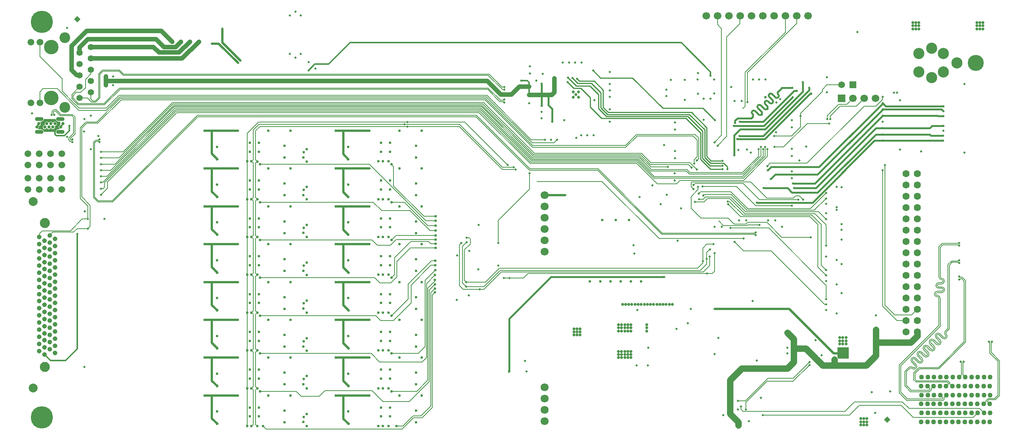
<source format=gbl>
G04*
G04 #@! TF.GenerationSoftware,Altium Limited,Altium Designer,24.7.2 (38)*
G04*
G04 Layer_Physical_Order=4*
G04 Layer_Color=13010237*
%FSLAX25Y25*%
%MOIN*%
G70*
G04*
G04 #@! TF.SameCoordinates,7466D0F8-E9CD-42B0-AAD5-FE8217CC6D43*
G04*
G04*
G04 #@! TF.FilePolarity,Positive*
G04*
G01*
G75*
%ADD13C,0.00787*%
%ADD14C,0.01181*%
%ADD15C,0.01968*%
%ADD17C,0.00500*%
%ADD171C,0.00598*%
%ADD176P,0.05568X4X360.0*%
%ADD177C,0.00669*%
%ADD178C,0.03937*%
%ADD179C,0.01535*%
%ADD180C,0.01143*%
%ADD181C,0.01575*%
%ADD186C,0.05512*%
%ADD187C,0.12835*%
%ADD188C,0.05984*%
%ADD189C,0.09449*%
%ADD190C,0.02756*%
%ADD191O,0.07480X0.03543*%
%ADD192C,0.06693*%
%ADD193C,0.06299*%
%ADD194C,0.14173*%
%ADD195C,0.09843*%
%ADD196R,0.05906X0.05906*%
%ADD197C,0.05906*%
%ADD198C,0.04331*%
%ADD199C,0.07087*%
%ADD200R,0.06693X0.06693*%
%ADD201C,0.19685*%
%ADD202C,0.04134*%
%ADD203C,0.07874*%
%ADD204C,0.08858*%
%ADD205C,0.01968*%
%ADD206C,0.02362*%
%ADD207C,0.02598*%
%ADD209P,0.05568X4X270.0*%
%ADD210C,0.05512*%
G36*
X32325Y284743D02*
X32805Y284025D01*
X33523Y283545D01*
X34370Y283376D01*
X36339D01*
Y280187D01*
X35725Y279932D01*
X35225Y279432D01*
X34955Y278779D01*
Y278071D01*
X35225Y277418D01*
X35598Y277045D01*
X35419Y276545D01*
X34370D01*
X33523Y276376D01*
X32805Y275896D01*
X32325Y275178D01*
X32156Y274331D01*
X21624D01*
X21455Y275178D01*
X20975Y275896D01*
X20257Y276376D01*
X19410Y276545D01*
X16786D01*
X16607Y277045D01*
X16980Y277418D01*
X17251Y278071D01*
Y278779D01*
X17080Y279190D01*
X17385Y279718D01*
X17598D01*
X18251Y279989D01*
X18752Y280489D01*
X19022Y281142D01*
Y281850D01*
X18752Y282503D01*
X18378Y282876D01*
X18558Y283376D01*
X19410D01*
X20257Y283545D01*
X20975Y284025D01*
X21455Y284743D01*
X21624Y285591D01*
X32156D01*
X32325Y284743D01*
D02*
G37*
G36*
X733563Y73622D02*
X724143D01*
X724138Y73659D01*
X723820Y74426D01*
X723425Y74940D01*
Y83661D01*
X733563D01*
Y73622D01*
D02*
G37*
%LPC*%
G36*
X31771Y283274D02*
X31064D01*
X30410Y283003D01*
X29910Y282503D01*
X29896Y282469D01*
X29396D01*
X29381Y282503D01*
X28881Y283003D01*
X28228Y283274D01*
X27521D01*
X26867Y283003D01*
X26367Y282503D01*
X26353Y282469D01*
X25853D01*
X25838Y282503D01*
X25338Y283003D01*
X24685Y283274D01*
X23977D01*
X23324Y283003D01*
X22824Y282503D01*
X22553Y281850D01*
Y281142D01*
X22735Y280703D01*
X22466Y280221D01*
X22442Y280203D01*
X22206D01*
X21552Y279932D01*
X21052Y279432D01*
X20781Y278779D01*
Y278071D01*
X21052Y277418D01*
X21552Y276918D01*
X22206Y276647D01*
X22913D01*
X23566Y276918D01*
X24067Y277418D01*
X24081Y277453D01*
X24581D01*
X24595Y277418D01*
X25095Y276918D01*
X25749Y276647D01*
X26456D01*
X27110Y276918D01*
X27610Y277418D01*
X27624Y277453D01*
X28124D01*
X28139Y277418D01*
X28639Y276918D01*
X29292Y276647D01*
X30000D01*
X30653Y276918D01*
X31153Y277418D01*
X31424Y278071D01*
Y278779D01*
X31242Y279218D01*
X31511Y279700D01*
X31535Y279718D01*
X31771D01*
X32425Y279989D01*
X32925Y280489D01*
X33195Y281142D01*
Y281850D01*
X32925Y282503D01*
X32425Y283003D01*
X31771Y283274D01*
D02*
G37*
%LPD*%
D13*
X55315Y216779D02*
X62709Y209385D01*
X55315Y277480D02*
X59577Y281742D01*
X55315Y216779D02*
Y277480D01*
X427362Y240846D02*
X439075D01*
X389173Y279035D02*
X427362Y240846D01*
Y243012D02*
X437402D01*
X389370Y281004D02*
X427362Y243012D01*
X211910Y281004D02*
X340748D01*
X389370D01*
X431890Y244980D02*
Y244980D01*
X393898Y282972D02*
X431890Y244980D01*
X343307Y282972D02*
X393898D01*
X211516D02*
X343307D01*
X457883Y230253D02*
X515368D01*
X565790Y179831D01*
X583160D01*
X583168Y179823D02*
X640453D01*
X583160Y179831D02*
X583168Y179823D01*
X139217Y291283D02*
X406700D01*
X451822Y246161D02*
X546309D01*
X406700Y291283D02*
X451822Y246161D01*
X452356Y247449D02*
X546842D01*
X138683Y292571D02*
X407234D01*
X452356Y247449D01*
X138150Y293858D02*
X407767D01*
X452889Y248736D01*
X547376D01*
X137617Y295146D02*
X408300D01*
X453422Y250024D02*
X547909D01*
X408300Y295146D02*
X453422Y250024D01*
X408833Y296433D02*
X453955Y251311D01*
X137083Y296433D02*
X408833D01*
X453955Y251311D02*
X548442D01*
X136550Y297721D02*
X409367D01*
X454489Y252598D02*
X549075D01*
X409367Y297721D02*
X454489Y252598D01*
X136017Y299008D02*
X409900D01*
X455022Y253886D01*
X549608D01*
X455555Y255173D02*
X550141D01*
X410433Y300295D02*
X455555Y255173D01*
X135484Y300295D02*
X410433D01*
X77756Y229823D02*
X139217Y291283D01*
X75295Y229183D02*
X138683Y292571D01*
X73819Y229528D02*
X138150Y293858D01*
X77510Y235039D02*
X137617Y295146D01*
X80808Y240158D02*
X137083Y296433D01*
X84499Y245669D02*
X136550Y297721D01*
X88190Y251181D02*
X136017Y299008D01*
X91881Y256693D02*
X135484Y300295D01*
X72106Y251181D02*
X88190D01*
X72106Y218504D02*
X77756Y224154D01*
Y229823D01*
X72106Y224016D02*
X74213D01*
X75295Y225098D01*
Y229183D01*
X72106Y229528D02*
X73819D01*
X72106Y256693D02*
X91881D01*
X72106Y245669D02*
X84499D01*
X72106Y240158D02*
X80808D01*
X72106Y235039D02*
X77510D01*
X413452Y306429D02*
X452657Y267224D01*
X464961D01*
X453493Y264567D02*
X472933D01*
X412919Y305142D02*
X453493Y264567D01*
X412385Y303854D02*
X453937Y262303D01*
X536117D01*
X453986Y260433D02*
X536417D01*
X411852Y302567D02*
X453986Y260433D01*
X612959Y149016D02*
X614961Y151017D01*
Y166831D01*
X608161Y148909D02*
X608268Y149016D01*
X449992Y148909D02*
X608161D01*
X608268Y149016D02*
X612959D01*
X594095Y217028D02*
X600295Y223228D01*
X594095Y206693D02*
Y217028D01*
Y206693D02*
X602854Y197933D01*
X600295Y223228D02*
Y225394D01*
X600984Y219488D02*
X602658Y221161D01*
X629331D01*
X602854Y197933D02*
X626793D01*
X558563Y246752D02*
X593405D01*
X599311Y240846D01*
X550141Y255173D02*
X558563Y246752D01*
X558120Y245374D02*
X591831D01*
X549608Y253886D02*
X558120Y245374D01*
X591831D02*
X594587Y242618D01*
X558465Y243209D02*
X573524D01*
X549075Y252598D02*
X558465Y243209D01*
X548442Y251311D02*
X558899Y240854D01*
X590543D02*
X593070Y238327D01*
X558899Y240854D02*
X590543D01*
X547909Y250024D02*
X558366Y239567D01*
X590010D02*
X592537Y237040D01*
X558366Y239567D02*
X590010D01*
X547376Y248736D02*
X561565Y234547D01*
X639716D01*
X593070Y238327D02*
X639558D01*
X653839Y252608D02*
Y258858D01*
X639558Y238327D02*
X653839Y252608D01*
X592537Y237040D02*
X640091D01*
X655807Y252756D01*
X639716Y234547D02*
X657776Y252607D01*
X564321Y228150D02*
X581201D01*
X546309Y246161D02*
X564321Y228150D01*
X451181Y223524D02*
Y237402D01*
X423425Y195768D02*
X451181Y223524D01*
X546842Y247449D02*
X561221Y233071D01*
X640158D01*
X581201Y228150D02*
X584350Y231299D01*
X536417Y260433D02*
X546654Y270669D01*
X536117Y262303D02*
X545861Y272047D01*
X472933Y264567D02*
X475591Y267224D01*
X88348Y306429D02*
X413452D01*
X53043Y295118D02*
X77037D01*
X88348Y306429D01*
X88882Y305142D02*
X412919D01*
X52658Y293307D02*
X77047D01*
X88882Y305142D01*
X89415Y303854D02*
X412385D01*
X68590Y283029D02*
X89415Y303854D01*
X90163Y302567D02*
X411852D01*
X69338Y281742D02*
X90163Y302567D01*
X640158Y233071D02*
X659744Y252658D01*
X600886Y250689D02*
Y268768D01*
X597607Y272047D02*
X600886Y268768D01*
X545861Y272047D02*
X597607D01*
X546654Y270669D02*
X595866D01*
X599508Y267028D01*
Y252067D02*
Y267028D01*
X59577Y281742D02*
X69338D01*
X59014Y283029D02*
X68590D01*
X53914Y277930D02*
X59014Y283029D01*
X53914Y215147D02*
Y277930D01*
X55622Y197244D02*
X60470D01*
X20295Y186714D02*
X45092D01*
X55622Y197244D01*
X29737Y185426D02*
X47974D01*
X51130Y188583D02*
X60630D01*
X47974Y185426D02*
X51130Y188583D01*
X208957Y249410D02*
Y275197D01*
X212795Y279035D02*
X343307D01*
X208957Y275197D02*
X212795Y279035D01*
X201476Y272933D02*
X211516Y282972D01*
X201476Y248130D02*
Y272933D01*
X206791Y275886D02*
X211910Y281004D01*
X206791Y249606D02*
Y275886D01*
X618502Y195472D02*
X622742Y191232D01*
X626793Y197933D02*
X632206Y192520D01*
X597047Y249606D02*
X599508Y252067D01*
X597047Y246063D02*
Y249606D01*
X599213Y249016D02*
X600886Y250689D01*
X622742Y191232D02*
X643250D01*
X643947Y191929D02*
X654528D01*
X53914Y215147D02*
X60630Y208431D01*
X26969Y182658D02*
X29737Y185426D01*
X49441Y298721D02*
X53043Y295118D01*
X33563Y312402D02*
X52658Y293307D01*
X644390Y194193D02*
X661122D01*
X632206Y192520D02*
X642717D01*
X644390Y194193D01*
X626968Y210236D02*
X637927Y199278D01*
X699246D02*
X706201Y192323D01*
X637927Y199278D02*
X699246D01*
X700984Y200591D02*
X709219Y192356D01*
X640158Y200591D02*
X700984D01*
X628057Y212691D02*
X640158Y200591D01*
X641440Y201965D02*
X703546D01*
X713583Y191929D01*
X628248Y215158D02*
X641440Y201965D01*
X640551Y231299D02*
X661713Y252461D01*
X584350Y231299D02*
X640551D01*
X594095Y225492D02*
Y229040D01*
Y225492D02*
X596161Y223425D01*
X594095Y229040D02*
X594983Y229929D01*
X646842D01*
X661128Y215643D01*
X699622Y206118D02*
X713583Y220079D01*
X644374Y206118D02*
X699622D01*
X629331Y221161D02*
X644374Y206118D01*
X703059Y204831D02*
X713583Y215354D01*
X629429Y218996D02*
X643595Y204831D01*
X703059D01*
X62709Y190662D02*
Y209385D01*
X604429Y160039D02*
Y171260D01*
Y160039D02*
X604528Y159941D01*
Y158169D02*
Y159941D01*
X599902Y153543D02*
X604528Y158169D01*
X433563Y144783D02*
X445866D01*
X449992Y148909D01*
X358819Y84114D02*
Y142966D01*
X367821Y151969D01*
X352854Y78150D02*
X358819Y84114D01*
X360106Y74673D02*
Y139824D01*
X356102Y70669D02*
X360106Y74673D01*
Y139824D02*
X367717Y147435D01*
X361394Y54504D02*
Y135982D01*
X351575Y44685D02*
X361394Y54504D01*
Y135982D02*
X367415Y142003D01*
Y142847D01*
X367717Y143148D01*
X344980Y35630D02*
X362681Y53331D01*
Y134335D02*
X367717Y139370D01*
X362681Y53331D02*
Y134335D01*
X348371Y23031D02*
X355413D01*
X363968Y31587D01*
X339218Y13878D02*
X348371Y23031D01*
X363968Y31587D02*
Y131947D01*
X367717Y135695D01*
X348721Y21260D02*
X356244D01*
X365256Y129823D02*
X367717Y132283D01*
X365256Y30272D02*
Y129823D01*
X356244Y21260D02*
X365256Y30272D01*
X710138Y309842D02*
Y311681D01*
X690945Y290650D02*
X710138Y309842D01*
X690945Y288142D02*
Y290650D01*
X682972Y270669D02*
X690945Y278642D01*
Y288142D01*
X667618Y270669D02*
X682972D01*
X675907Y260827D02*
X696773Y281693D01*
X668012Y260827D02*
X675907D01*
X696773Y281693D02*
X716339D01*
X696654Y246457D02*
X747165Y296969D01*
X763583Y303051D02*
Y305118D01*
X757500Y296969D02*
X763583Y303051D01*
X747165Y296969D02*
X757500D01*
X661128Y215643D02*
X684639D01*
X686516Y217520D02*
X690059D01*
X693209Y214370D01*
X684639Y215643D02*
X686516Y217520D01*
X597441Y228642D02*
X640354D01*
X654724Y214272D01*
X688976D01*
X596161Y227362D02*
X597441Y228642D01*
X604134Y225886D02*
X634154D01*
X651279Y208760D01*
X683268D01*
X632677Y176772D02*
X640650Y168799D01*
X664961D02*
X712101Y121659D01*
X640650Y168799D02*
X664961D01*
X605875Y218996D02*
X629429D01*
X642323Y203543D02*
X706890D01*
X629331Y216535D02*
X642323Y203543D01*
X606693Y216535D02*
X629331D01*
X608563Y215158D02*
X628248D01*
X626580Y212691D02*
X628057D01*
X626575Y212697D02*
X626580Y212691D01*
X604890Y218012D02*
X605875Y218996D01*
X604823Y218012D02*
X604890D01*
X605512Y212106D02*
X608563Y215158D01*
X604823Y214665D02*
X606693Y216535D01*
X713577Y121659D02*
X713583Y121653D01*
X712101Y121659D02*
X713577D01*
X655807Y252756D02*
Y260827D01*
X661713Y252461D02*
Y258858D01*
X659744Y252658D02*
Y260827D01*
X657776Y252607D02*
Y258858D01*
X17717Y181083D02*
X17816Y181183D01*
Y184236D01*
X60630Y197244D02*
Y208431D01*
X664075Y246457D02*
X696654D01*
X661614Y243996D02*
X664075Y246457D01*
X717224Y288091D02*
X726083Y296949D01*
X740177D02*
X747165Y303937D01*
X726083Y296949D02*
X740177D01*
X714567Y288405D02*
X724685Y298524D01*
X731752D02*
X737165Y303937D01*
X724685Y298524D02*
X731752D01*
X710138Y311681D02*
X714205Y315748D01*
X727165D01*
X717224Y285630D02*
Y288091D01*
X714567Y285630D02*
Y288405D01*
X706890Y203543D02*
X713583Y196850D01*
X661122Y194193D02*
X674311Y181004D01*
X610606Y170177D02*
X610925D01*
X609985Y169630D02*
X610059D01*
X607776Y167421D02*
X609985Y169630D01*
X610059D02*
X610606Y170177D01*
X604823Y150197D02*
X610630Y156004D01*
Y163921D01*
X426279Y150197D02*
X604823D01*
X604429Y171260D02*
X608071Y174902D01*
X614075D01*
X607776Y161811D02*
Y167421D01*
X601378Y214665D02*
X604823D01*
X597441Y212106D02*
X605512D01*
X424508Y153543D02*
X599902D01*
X412205Y141240D02*
X424508Y153543D01*
X602179Y151575D02*
X607776Y157171D01*
Y161811D01*
X425098Y151575D02*
X602179D01*
X674311Y181004D02*
X699902D01*
X628937Y189075D02*
X662894D01*
X423425Y175984D02*
Y195768D01*
X614764Y264764D02*
X621063Y271063D01*
Y365650D01*
X343307Y279035D02*
X389173D01*
X662894Y189075D02*
X713583Y138386D01*
Y126378D02*
Y138386D01*
X706201Y154626D02*
Y192323D01*
Y154626D02*
X713583Y147244D01*
X709219Y156333D02*
Y192356D01*
Y156333D02*
X713583Y151969D01*
X18307Y309646D02*
X21063Y312402D01*
X18307Y300000D02*
Y309646D01*
X21063Y312402D02*
X33563D01*
X37992Y310138D02*
Y321358D01*
X49409Y298721D02*
X49441D01*
X37992Y310138D02*
X49409Y298721D01*
X60630Y188583D02*
X62709Y190662D01*
X17816Y184236D02*
X20295Y186714D01*
X60470Y197244D02*
X60550Y197164D01*
X643250Y191232D02*
X643947Y191929D01*
X18307Y341043D02*
X37992Y321358D01*
X18307Y341043D02*
Y353543D01*
X625669Y270059D02*
Y358347D01*
X617421Y261811D02*
X625669Y270059D01*
X643996Y300492D02*
Y326673D01*
X687479Y370156D01*
X640606Y295527D02*
X641929Y296850D01*
X639985Y294980D02*
X640532Y295527D01*
X639665Y294980D02*
X639985D01*
X640532Y295527D02*
X640606D01*
X641929Y296850D02*
Y326772D01*
X637174Y369851D02*
Y376465D01*
X625669Y358347D02*
X637174Y369851D01*
Y376465D02*
X637480Y376772D01*
X641929Y326772D02*
X677479Y362322D01*
Y376772D01*
X218406Y11220D02*
X338681D01*
X348721Y21260D01*
X333563Y13878D02*
X339218D01*
X215748D02*
X218406Y11220D01*
X428494Y144833D02*
X433514D01*
X433563Y144783D01*
X428445Y144882D02*
X428494Y144833D01*
X208957Y246654D02*
X210236Y247933D01*
X208957Y249410D02*
X210433Y247933D01*
X210236D02*
X210433D01*
X208957Y216142D02*
Y246654D01*
X210433Y147736D02*
X210433Y147736D01*
X208957Y149213D02*
X210433Y147736D01*
X210433Y147736D01*
X208957Y146260D02*
X210433Y147736D01*
X205315D02*
X206791Y149213D01*
X205315Y147736D02*
X205315Y147736D01*
X206791Y146260D01*
X205315Y147736D02*
X205315Y147736D01*
X205315Y248130D02*
X206791Y249606D01*
X208957Y216142D02*
X210433Y214665D01*
X205315D02*
X206791Y216142D01*
Y246654D01*
X205315Y248130D02*
X206791Y246654D01*
X208957Y182677D02*
X210433Y181201D01*
X208957Y213189D02*
X210433Y214665D01*
X208957Y182677D02*
Y213189D01*
X205315Y181201D02*
X206791Y182677D01*
Y213189D01*
X205315Y214665D02*
X206791Y213189D01*
X208957Y179724D02*
X210433Y181201D01*
X208957Y149213D02*
Y179724D01*
X206791Y149213D02*
Y179724D01*
X205315Y181201D02*
X206791Y179724D01*
X208957Y115748D02*
X210433Y114272D01*
X208957Y115748D02*
Y146260D01*
X205315Y114272D02*
X206791Y115748D01*
Y146260D01*
X208957Y82284D02*
X210433Y80807D01*
X208957Y112795D02*
X210433Y114272D01*
X208957Y82284D02*
Y112795D01*
X205315Y80807D02*
X206791Y82284D01*
Y112795D01*
X205315Y114272D02*
X206791Y112795D01*
X208957Y48819D02*
X210433Y47343D01*
X208957Y79331D02*
X210433Y80807D01*
X208957Y48819D02*
Y79331D01*
X205315Y47343D02*
X206791Y48819D01*
Y79331D01*
X205315Y80807D02*
X206791Y79331D01*
X205315Y47343D02*
X206791Y45866D01*
Y15354D02*
Y45866D01*
X205315Y13878D02*
X206791Y15354D01*
X208957Y15354D02*
Y45866D01*
X210433Y47343D01*
X208957Y15354D02*
X210433Y13878D01*
X410827Y137303D02*
X425098Y151575D01*
X410827Y134744D02*
X426279Y150197D01*
X395177Y137303D02*
X395276D01*
X391831Y172736D02*
X395669Y176575D01*
X391831Y140650D02*
X395177Y137303D01*
X391831Y140650D02*
Y172736D01*
X395276Y137303D02*
X410827D01*
X392717Y134744D02*
X407382D01*
X389370Y138091D02*
X392717Y134744D01*
X389370Y138091D02*
Y174213D01*
X390945Y175787D01*
X407382Y134744D02*
X410827D01*
X395669Y180610D02*
X397736D01*
X393701Y169882D02*
X398819Y175000D01*
X393701Y142815D02*
Y169882D01*
X395276Y141240D02*
X412205D01*
X398819Y175000D02*
Y179528D01*
X397736Y180610D02*
X398819Y179528D01*
X393701Y142815D02*
X395276Y141240D01*
X318701Y70669D02*
X356102D01*
X329134Y245473D02*
X331004Y243602D01*
Y226378D02*
X357768Y199614D01*
X331004Y226378D02*
Y243602D01*
X329134Y145079D02*
X331791Y147736D01*
Y162795D02*
X346260Y177264D01*
X331791Y147736D02*
Y162795D01*
X346260Y177264D02*
X361843D01*
X334055Y146045D02*
Y159707D01*
X346002Y171653D02*
X368110D01*
X334055Y159707D02*
X346002Y171653D01*
X328642Y140631D02*
X334055Y146045D01*
X343898Y139665D02*
X364476Y160244D01*
X343898Y126378D02*
Y139665D01*
X329134Y111614D02*
X343898Y126378D01*
X329134Y78150D02*
X352854D01*
X329134Y44685D02*
X351575D01*
X311910Y45374D02*
X321654Y35630D01*
X344980D01*
X617480Y369232D02*
Y376772D01*
Y369232D02*
X621063Y365650D01*
X638091Y28839D02*
Y31201D01*
X643459Y26870D02*
X730118D01*
X643453Y26864D02*
X643459Y26870D01*
X640065Y26864D02*
X643453D01*
X638091Y28839D02*
X640065Y26864D01*
X786811Y29429D02*
X849311D01*
X853150Y25591D01*
X780905Y35335D02*
X786811Y29429D01*
X738583Y35335D02*
X780905D01*
X730118Y26870D02*
X738583Y35335D01*
X790453Y21654D02*
X843701D01*
X847638Y25591D01*
X779921Y32185D02*
X790453Y21654D01*
X742815Y32185D02*
X779921D01*
X734154Y23524D02*
X742815Y32185D01*
X657579Y23524D02*
X734154D01*
X713583Y173622D02*
Y191929D01*
X687479Y370156D02*
Y376772D01*
X357768Y199614D02*
X368215D01*
X212992Y245473D02*
X309646D01*
X359642Y195476D02*
X368215D01*
X309646Y245473D02*
X359642Y195476D01*
X361417Y191339D02*
X368215D01*
X340748Y212008D02*
X361417Y191339D01*
X329134Y212008D02*
X340748D01*
X320616Y204472D02*
X345626D01*
X363294Y186805D02*
X368110D01*
X345626Y204472D02*
X363294Y186805D01*
X361843Y177264D02*
X364041Y175065D01*
X333108Y182518D02*
X368110D01*
X329134Y178543D02*
X333108Y182518D01*
X318853Y140631D02*
X328642D01*
X313081Y212008D02*
X320616Y204472D01*
X333366Y178740D02*
X368110D01*
X328402Y173776D02*
X333366Y178740D01*
X364041Y175065D02*
X368110D01*
X364476Y160244D02*
X367821D01*
X364082Y156106D02*
X367821D01*
X346660Y138684D02*
X364082Y156106D01*
X346660Y123038D02*
Y138684D01*
X330934Y107311D02*
X346660Y123038D01*
X316530Y173776D02*
X328402D01*
X201476Y181201D02*
Y214665D01*
Y248130D01*
Y13878D02*
Y47343D01*
Y80807D02*
Y114272D01*
Y47343D02*
Y80807D01*
Y114272D02*
Y147736D01*
Y181201D01*
X212992Y212008D02*
X313081D01*
X212992Y145079D02*
X314406D01*
X318853Y140631D01*
X311763Y178543D02*
X316530Y173776D01*
X212992Y178543D02*
X311763D01*
X212992Y111614D02*
X315256D01*
X319559Y107311D01*
X330934D01*
X212992Y44685D02*
X244882D01*
X265201Y40354D02*
X270221Y45374D01*
X249213Y40354D02*
X265201D01*
X270221Y45374D02*
X311910D01*
X244882Y44685D02*
X249213Y40354D01*
X311221Y78150D02*
X318701Y70669D01*
X212992Y78150D02*
X311221D01*
D14*
X255807Y328645D02*
X261414Y334252D01*
X273622D02*
X292520Y353150D01*
X261414Y334252D02*
X273622D01*
X292520Y353150D02*
X585433D01*
X450802Y306988D02*
Y314355D01*
Y317997D01*
X443898Y319390D02*
X449409D01*
X39993Y270945D02*
X44161Y275113D01*
Y279528D01*
X36733Y278425D02*
X38504Y281496D01*
X15473Y278425D02*
X17244Y281496D01*
X32552Y270945D02*
X39993D01*
X31449Y272047D02*
X32552Y270945D01*
X31449Y272047D02*
Y276685D01*
X33189Y278425D01*
X449409Y319390D02*
X450802Y317997D01*
X585433Y353150D02*
X611417Y327165D01*
Y323917D02*
Y327165D01*
X51181Y82284D02*
Y183760D01*
X40846Y71949D02*
X51181Y82284D01*
X27441Y71949D02*
X40846D01*
X22244Y77146D02*
X27441Y71949D01*
D15*
X176376Y352364D02*
X193602Y335138D01*
X170374Y352364D02*
X176376D01*
X179724Y353248D02*
Y365592D01*
Y353248D02*
X195669Y337303D01*
X464591Y218110D02*
X482874D01*
X464567Y218134D02*
X464591Y218110D01*
X614764Y117717D02*
X680905D01*
X720276Y78347D02*
X725591D01*
X680905Y117717D02*
X720276Y78347D01*
X725591D02*
X728346D01*
X731102D01*
X286516Y220965D02*
X290945Y216535D01*
X286516Y220965D02*
Y241732D01*
Y254429D02*
Y275197D01*
Y254429D02*
X290945Y250000D01*
X286516Y187500D02*
X290945Y183071D01*
X286516Y187500D02*
Y208268D01*
X170374Y54036D02*
X175197Y49213D01*
X170374Y87500D02*
X175197Y82677D01*
X170374Y120965D02*
X175197Y116142D01*
X170374Y154429D02*
X175197Y149606D01*
X170374Y187894D02*
X175197Y183071D01*
X170374Y221358D02*
X175197Y216535D01*
X170374Y254823D02*
X175197Y250000D01*
X170374Y20571D02*
X175197Y15748D01*
X286516Y20374D02*
X291142Y15748D01*
X286516Y20374D02*
Y40945D01*
Y53839D02*
X291142Y49213D01*
X286516Y53839D02*
Y74410D01*
Y87303D02*
Y107874D01*
Y87303D02*
X291142Y82677D01*
X286516Y120768D02*
X291142Y116142D01*
X286516Y120768D02*
Y141339D01*
Y154232D02*
X291142Y149606D01*
X286516Y154232D02*
Y174803D01*
Y141339D02*
X309547D01*
X279921Y141339D02*
X286516D01*
Y74410D02*
X309547D01*
X279921Y74410D02*
X286516D01*
X279921Y40945D02*
X286516D01*
Y40945D02*
X309547D01*
X286516Y275197D02*
X309547D01*
X279921Y275197D02*
X286516D01*
Y241732D02*
X309547D01*
X279921Y241732D02*
X286516D01*
Y107874D02*
X309547D01*
X279921Y107874D02*
X286516D01*
Y208268D02*
X309547D01*
X279921Y208268D02*
X286516D01*
Y174803D02*
X309547D01*
X279921Y174803D02*
X286516D01*
X170374Y87500D02*
Y107874D01*
Y107874D02*
X193405D01*
X163779Y107874D02*
X170374D01*
Y141339D02*
X193405D01*
X163779Y141339D02*
X170374D01*
Y120965D02*
Y141339D01*
Y174803D02*
X193405D01*
X163779Y174803D02*
X170374D01*
Y154429D02*
Y174803D01*
Y187894D02*
Y208268D01*
Y208268D02*
X193405D01*
X163779Y208268D02*
X170374D01*
Y74410D02*
X193405D01*
X163779Y74410D02*
X170374D01*
Y54036D02*
Y74410D01*
X163779Y241732D02*
X170374D01*
Y221358D02*
Y241732D01*
Y241732D02*
X193405D01*
X170374Y275197D02*
X193405D01*
X163779Y275197D02*
X170374D01*
Y254823D02*
Y275197D01*
Y40945D02*
X193405D01*
X163779Y40945D02*
X170374D01*
Y20571D02*
Y40945D01*
D17*
X511890Y241437D02*
X568641Y184687D01*
X568401Y183417D02*
X643983D01*
X511435Y240337D02*
X568185Y183587D01*
X451119Y240337D02*
X511435D01*
X451575Y241437D02*
X511890D01*
X568185Y183587D02*
X568232D01*
X568641Y184687D02*
X644509D01*
X568232Y183587D02*
X568401Y183417D01*
X157498Y288797D02*
X404215D01*
X451575Y241437D01*
X403759Y287697D02*
X451119Y240337D01*
X157953Y287697D02*
X403759D01*
X82864Y212608D02*
X157953Y287697D01*
X82864Y212608D02*
X82864D01*
X82542Y212286D02*
X82864Y212608D01*
X70134Y266889D02*
X70768Y267523D01*
X67584Y266889D02*
X70134D01*
X69203Y212608D02*
X69203D01*
X65632Y216178D02*
X69203Y212608D01*
X69525Y212286D02*
X82542D01*
X69203Y212608D02*
X69525Y212286D01*
X65632Y216178D02*
Y264937D01*
X67584Y266889D01*
X68039Y265789D02*
X70134D01*
X70768Y265154D01*
X82087Y213386D02*
X157498Y288797D01*
X66732Y264482D02*
X68039Y265789D01*
X69980Y213386D02*
X82087D01*
X66732Y216634D02*
X69980Y213386D01*
X66732Y216634D02*
Y264482D01*
X88287Y327854D02*
X91847Y324295D01*
X88702Y328854D02*
X92261Y325295D01*
X70297Y325719D02*
X73432Y328854D01*
X71297Y325305D02*
X73847Y327854D01*
X88287D01*
X73432Y328854D02*
X88702D01*
X70197Y325234D02*
X70297Y325334D01*
X71297Y304191D02*
Y325305D01*
X70297Y325334D02*
Y325719D01*
X70197Y304647D02*
Y325234D01*
X92261Y325295D02*
X415453D01*
X91847Y324295D02*
X414583D01*
X89137Y311892D02*
X414134D01*
X425002Y301025D01*
X74852Y299163D02*
X88681Y312992D01*
X75407Y298163D02*
X89137Y311892D01*
X88681Y312992D02*
X414590D01*
X425457Y302125D01*
X414583Y324295D02*
X427464Y311414D01*
X415453Y325295D02*
X426965Y313783D01*
X427464Y311414D02*
X428999D01*
X70975Y303869D02*
X71297Y304191D01*
X53347Y304272D02*
X60295D01*
X70975Y303869D02*
Y303869D01*
X67679Y300573D02*
X70975Y303869D01*
X63881Y300686D02*
X63994Y300573D01*
X67679D01*
X60295Y304272D02*
X63881Y300686D01*
X63881D01*
X426965Y313783D02*
X428999D01*
X67223Y301673D02*
X70197Y304647D01*
X64868Y301673D02*
X67223D01*
X63346Y303195D02*
Y309272D01*
Y303195D02*
X64868Y301673D01*
X428315Y301025D02*
X428999Y300341D01*
X425002Y301025D02*
X428315D01*
X46441Y307366D02*
X53347Y314272D01*
X46441Y303661D02*
Y307366D01*
X51939Y298163D02*
X75407D01*
X46441Y303661D02*
X51939Y298163D01*
X63346Y325453D02*
Y329272D01*
X428315Y302125D02*
X428999Y302809D01*
X425457Y302125D02*
X428315D01*
X58465Y320571D02*
X63346Y325453D01*
X54410Y309154D02*
X58465Y313208D01*
Y320571D01*
X50394Y309154D02*
X54410D01*
X47441Y304075D02*
X52353Y299163D01*
X74852D01*
X47441Y306201D02*
X50394Y309154D01*
X47441Y304075D02*
Y306201D01*
X684482Y56201D02*
X698754Y70472D01*
X662106Y56201D02*
X684482D01*
X684384Y53445D02*
X698754Y67815D01*
X661122Y53445D02*
X684384D01*
X642717Y35039D02*
X661122Y53445D01*
X642717Y28642D02*
Y35039D01*
X642224Y36319D02*
X662106Y56201D01*
X635630Y36319D02*
X642224D01*
X765551Y120965D02*
X774409Y112106D01*
X789152D02*
X794370Y117324D01*
X774409Y112106D02*
X789152D01*
X763681Y119965D02*
Y240059D01*
Y119965D02*
X776322Y107324D01*
X784370D01*
X765551Y244781D02*
X765551Y120965D01*
D171*
X818972Y98029D02*
G03*
X818974Y94495I1766J-1766D01*
G01*
X814306Y95488D02*
G03*
X810774Y95488I-1766J-1766D01*
G01*
X817278Y92516D02*
G03*
X819116Y94353I919J919D01*
G01*
X810774Y95488D02*
G03*
X810774Y91956I1766J-1766D01*
G01*
X813746Y87146D02*
G03*
X813746Y88984I-919J919D01*
G01*
X811909Y87146D02*
G03*
X813746Y87146I919J919D01*
G01*
X808937Y90118D02*
G03*
X805404Y90118I-1766J-1766D01*
G01*
X808376Y81777D02*
G03*
X808377Y83614I-919J919D01*
G01*
X806539Y81777D02*
G03*
X808376Y81777I919J919D01*
G01*
X805404Y90118D02*
G03*
X805404Y86586I1766J-1766D01*
G01*
X803567Y84749D02*
G03*
X800035Y84749I-1766J-1766D01*
G01*
X801169Y76407D02*
G03*
X803007Y78244I919J919D01*
G01*
X800035Y84749D02*
G03*
X800035Y81217I1766J-1766D01*
G01*
X798198Y79379D02*
G03*
X794665Y79379I-1766J-1766D01*
G01*
D02*
G03*
X794665Y75847I1766J-1766D01*
G01*
X792828Y74010D02*
G03*
X789296Y74010I-1766J-1766D01*
G01*
X797637Y71038D02*
G03*
X797637Y72875I-919J919D01*
G01*
X795800Y71038D02*
G03*
X797637Y71038I919J919D01*
G01*
X792268Y65668D02*
G03*
X792268Y67505I-919J919D01*
G01*
X790430Y65668D02*
G03*
X792268Y65668I919J919D01*
G01*
X789296Y74010D02*
G03*
X789296Y70477I1766J-1766D01*
G01*
X790287Y65812D02*
G03*
X786755Y65812I-1766J-1766D01*
G01*
X819965Y91671D02*
G03*
X819963Y95201I-1768J1764D01*
G01*
X819819Y97181D02*
G03*
X819819Y95345I919J-919D01*
G01*
X819964Y91669D02*
G03*
X819965Y91671I-424J423D01*
G01*
X813459Y94640D02*
G03*
X811621Y94640I-919J-919D01*
G01*
D02*
G03*
X811621Y92803I919J-919D01*
G01*
X819961Y91666D02*
G03*
X819962Y91668I-422J426D01*
G01*
X816431Y91668D02*
G03*
X819961Y91666I1766J1766D01*
G01*
X814593Y86299D02*
G03*
X814593Y89831I-1766J1766D01*
G01*
X811061Y86299D02*
G03*
X814593Y86299I1766J1766D01*
G01*
X808089Y89271D02*
G03*
X806252Y89271I-919J-919D01*
G01*
D02*
G03*
X806252Y87433I919J-919D01*
G01*
X809224Y80929D02*
G03*
X809224Y84461I-1766J1766D01*
G01*
X805692Y80929D02*
G03*
X809224Y80929I1766J1766D01*
G01*
X802720Y83901D02*
G03*
X800882Y83901I-919J-919D01*
G01*
X803856Y75562D02*
G03*
X803854Y79092I-1768J1764D01*
G01*
X803855Y75560D02*
G03*
X803856Y75562I-424J423D01*
G01*
X803852Y75557D02*
G03*
X803854Y75559I-422J426D01*
G01*
X800322Y75560D02*
G03*
X803852Y75557I1766J1766D01*
G01*
X800882Y83901D02*
G03*
X800882Y82064I919J-919D01*
G01*
X797350Y78532D02*
G03*
X795513Y78532I-919J-919D01*
G01*
D02*
G03*
X795513Y76694I919J-919D01*
G01*
X791981Y73162D02*
G03*
X790143Y73162I-919J-919D01*
G01*
X798485Y70190D02*
G03*
X798485Y73722I-1766J1766D01*
G01*
X794953Y70190D02*
G03*
X798485Y70190I1766J1766D01*
G01*
X793115Y64820D02*
G03*
X793115Y68353I-1766J1766D01*
G01*
X789583Y64820D02*
G03*
X793115Y64820I1766J1766D01*
G01*
X790143Y73162D02*
G03*
X790143Y71325I919J-919D01*
G01*
X789439Y64964D02*
G03*
X787602Y64964I-919J-919D01*
G01*
X813287Y145941D02*
G03*
X815785Y143443I2498J0D01*
G01*
X817084Y142144D02*
G03*
X815785Y143443I-1299J0D01*
G01*
X815988Y133251D02*
G03*
X817287Y134550I0J1299D01*
G01*
Y134550D02*
G03*
X815988Y135849I-1299J0D01*
G01*
X815785Y140845D02*
G03*
X817084Y142144I0J1299D01*
G01*
X813041Y140845D02*
G03*
X810543Y138347I0J-2498D01*
G01*
Y138347D02*
G03*
X813041Y135849I2498J0D01*
G01*
X811785Y133251D02*
G03*
X809287Y130753I0J-2498D01*
G01*
X813287Y126956D02*
G03*
X811988Y128256I-1299J0D01*
G01*
X809287Y130753D02*
G03*
X811785Y128256I2498J0D01*
G01*
X814486Y145941D02*
G03*
X815785Y144641I1299J0D01*
G01*
X818283Y142144D02*
G03*
X815785Y144641I-2498J0D01*
G01*
X818486Y134550D02*
G03*
X815988Y137048I-2498J0D01*
G01*
X815785Y139646D02*
G03*
X818283Y142144I0J2498D01*
G01*
X815988Y132052D02*
G03*
X818486Y134550I0J2498D01*
G01*
X813041Y139646D02*
G03*
X811741Y138347I0J-1299D01*
G01*
Y138347D02*
G03*
X813041Y137048I1299J0D01*
G01*
X811785Y132052D02*
G03*
X810486Y130753I0J-1299D01*
G01*
X814486Y126956D02*
G03*
X811988Y129454I-2498J0D01*
G01*
X810486Y130753D02*
G03*
X811785Y129454I1299J0D01*
G01*
X859449Y87948D02*
X860084Y88583D01*
X866929Y40825D02*
Y71654D01*
X863193Y37089D02*
X866929Y40825D01*
X859449Y79134D02*
Y87948D01*
Y79134D02*
X866929Y71654D01*
X857373Y37089D02*
X863193D01*
X856111Y35621D02*
X858268Y33465D01*
X856111Y35827D02*
X857373Y37089D01*
X856111Y35621D02*
Y35827D01*
X857615Y88583D02*
X858250Y87948D01*
Y78637D02*
Y87948D01*
X865731Y41321D02*
Y71157D01*
X862697Y38287D02*
X865731Y41321D01*
X858250Y78637D02*
X865731Y71157D01*
X856877Y38287D02*
X862697D01*
X854913Y36323D02*
X856877Y38287D01*
X852756Y33465D02*
X854913Y35621D01*
Y36323D01*
X834461Y70231D02*
X835096Y70866D01*
X834457Y59243D02*
X836614Y57087D01*
X834461Y64685D02*
Y70231D01*
X834457Y59243D02*
Y64682D01*
X834461Y64685D01*
X833262Y65181D02*
Y70231D01*
X833259Y65178D02*
X833262Y65181D01*
X833259Y59243D02*
Y65178D01*
X832627Y70866D02*
X833262Y70231D01*
X831102Y57087D02*
X833259Y59243D01*
X836909Y88091D02*
Y142533D01*
X823040Y51369D02*
X825197Y49213D01*
X821157Y53954D02*
X823040Y52071D01*
Y51369D02*
Y52071D01*
X813311Y64492D02*
X836909Y88091D01*
X796185Y64492D02*
X813311D01*
X792126Y60433D02*
X796185Y64492D01*
X793683Y53954D02*
X821157D01*
X792126Y55512D02*
Y60433D01*
Y55512D02*
X793683Y53954D01*
X835711Y88587D02*
Y142036D01*
X819685Y49213D02*
X821842Y51369D01*
X820661Y52756D02*
X821842Y51575D01*
Y51369D02*
Y51575D01*
X812814Y65690D02*
X835711Y88587D01*
X790928Y60930D02*
X795688Y65690D01*
X812814D01*
X793187Y52756D02*
X820661D01*
X790928Y55015D02*
Y60930D01*
Y55015D02*
X793187Y52756D01*
X833961Y145481D02*
X836909Y142533D01*
X831836Y145481D02*
X833961D01*
X833465Y144283D02*
X835711Y142036D01*
X831201Y146116D02*
X831836Y145481D01*
X831836Y144283D02*
X833465D01*
X831201Y143648D02*
X831836Y144283D01*
X830830Y158215D02*
X831201D01*
X821260Y156813D02*
X824495Y160048D01*
X824991Y158850D02*
X830195D01*
X830195Y160048D02*
X830830Y160683D01*
X831201D01*
X830195Y158850D02*
X830830Y158215D01*
X822458Y156317D02*
X824991Y158850D01*
X824495Y160048D02*
X830195D01*
X821260Y100317D02*
Y156813D01*
X822458Y99821D02*
Y156317D01*
X819607Y98664D02*
X821260Y100317D01*
X818972Y98029D02*
X819607Y98664D01*
X818974Y94495D02*
X819116Y94353D01*
X819116Y94353D01*
X814306Y95488D02*
X814306Y95488D01*
X814306Y95488D02*
X817278Y92516D01*
X810774Y91956D02*
X813746Y88984D01*
X808937Y90118D02*
X811909Y87146D01*
X813746Y88984D02*
X813746Y88984D01*
X808937Y90118D02*
X808937Y90118D01*
X808376Y83614D02*
X808377Y83614D01*
X805404Y86586D02*
X808376Y83614D01*
X806505Y47056D02*
X808661Y49213D01*
X806505Y45960D02*
Y47056D01*
X803567Y84749D02*
X806539Y81777D01*
X803567Y84749D02*
X803567Y84749D01*
X803007Y78244D02*
X803007Y78244D01*
X800035Y81217D02*
X803007Y78244D01*
X798197Y79379D02*
X801169Y76407D01*
X798197Y79379D02*
X798198Y79379D01*
X794665Y75847D02*
X797637Y72875D01*
X797637Y72875D01*
X792828Y74010D02*
X792828Y74010D01*
X792828Y74010D02*
X795800Y71038D01*
X792268Y67505D02*
X792268Y67505D01*
X804917Y44372D02*
X806505Y45960D01*
X788305Y44372D02*
X804917D01*
X789296Y70477D02*
X792268Y67505D01*
X783848Y62905D02*
X786755Y65812D01*
X790287D02*
X790430Y65668D01*
X783268Y49409D02*
X788305Y44372D01*
X783268Y62325D02*
X783848Y62905D01*
X783268Y49409D02*
Y62325D01*
X820455Y97817D02*
X820455D01*
X822458Y99821D01*
X819819Y97181D02*
X820455Y97817D01*
X819819Y95345D02*
X819963Y95201D01*
X819963Y95201D01*
X813459Y94640D02*
X813459Y94640D01*
X819962Y91668D02*
X819964Y91669D01*
X813459Y94640D02*
X816431Y91668D01*
X811621Y92803D02*
X814593Y89831D01*
X814593Y89831D01*
X808089Y89271D02*
X811061Y86299D01*
X806252Y87433D02*
X809224Y84461D01*
X808089Y89271D02*
X808089Y89271D01*
X809224Y84461D02*
X809224Y84461D01*
X805306Y46457D02*
Y47056D01*
X804420Y45571D02*
X805306Y46457D01*
X802720Y83901D02*
X805692Y80929D01*
X802720Y83901D02*
X802720Y83901D01*
X803854Y79092D02*
X803854Y79092D01*
X800882Y82064D02*
X803854Y79092D01*
X803854Y75559D02*
X803855Y75560D01*
X797350Y78532D02*
X797350Y78532D01*
X797350Y78532D02*
X800322Y75560D01*
X795513Y76694D02*
X798485Y73722D01*
X798485Y73722D01*
X791981Y73162D02*
X791981Y73162D01*
X791981Y73162D02*
X794952Y70190D01*
X793115Y68353D02*
X793115Y68353D01*
X803150Y49213D02*
X805306Y47056D01*
X788801Y45571D02*
X804420D01*
X790143Y71325D02*
X793115Y68353D01*
X789439Y64964D02*
X789583Y64820D01*
X784695Y62057D02*
X787602Y64964D01*
X784695Y62057D02*
X784695D01*
X784466Y49906D02*
X788801Y45571D01*
X784466Y61828D02*
X784695Y62057D01*
X784466Y49906D02*
Y61828D01*
X816227Y175402D02*
X830616D01*
X814408Y173584D02*
X816227Y175402D01*
X815785Y143443D02*
X815785D01*
X817922Y39182D02*
X820079Y41339D01*
X817922Y37693D02*
Y39182D01*
X816826Y36597D02*
X817922Y37693D01*
X817084Y142144D02*
Y142144D01*
X817287Y134550D02*
Y134550D01*
X813287Y126058D02*
Y126956D01*
X813287Y163570D02*
X813287D01*
Y145941D02*
Y163570D01*
X813287Y172463D02*
X814384Y173559D01*
X813041Y140845D02*
X815785D01*
X813041Y135849D02*
X815988D01*
X811785Y133251D02*
X815988D01*
X813287Y163570D02*
Y172463D01*
X810543Y138347D02*
Y138347D01*
X813287Y126058D02*
X813287D01*
X813287Y102876D02*
Y126058D01*
X784958Y36597D02*
X816826D01*
X778248Y67837D02*
X813287Y102876D01*
X811785Y128256D02*
X811988D01*
X809287Y130753D02*
Y130753D01*
X778248Y43307D02*
X784958Y36597D01*
X778248Y43307D02*
Y67837D01*
X816724Y174204D02*
X830616D01*
X815785Y144641D02*
X815785D01*
X818283Y142144D02*
Y142144D01*
X818486Y134550D02*
Y134550D01*
X814486Y102380D02*
Y126058D01*
X814567Y41339D02*
X816724Y39182D01*
X814486Y126058D02*
Y126956D01*
X816724Y38189D02*
Y39182D01*
X816330Y37795D02*
X816724Y38189D01*
X814486Y171966D02*
X816724Y174204D01*
X814486Y145941D02*
Y163570D01*
X813041Y139646D02*
X815785D01*
X813041Y137048D02*
X815988D01*
X811785Y132052D02*
X815988D01*
X814486Y163570D02*
Y171966D01*
X811741Y138347D02*
Y138347D01*
X811785Y129454D02*
X811988D01*
X779447Y67340D02*
X814486Y102380D01*
X785455Y37795D02*
X816330D01*
X810486Y130753D02*
Y130753D01*
X779447Y43804D02*
X785455Y37795D01*
X779447Y43804D02*
Y67340D01*
X831201Y175987D02*
Y176037D01*
X830616Y175402D02*
X831201Y175987D01*
Y173569D02*
Y173619D01*
X830616Y174204D02*
X831201Y173619D01*
D176*
X51181Y374016D02*
D03*
D177*
X643983Y183417D02*
X650730D01*
X644509Y184687D02*
X650730D01*
X651279Y185236D01*
X650730Y183417D02*
X651279Y182868D01*
X46951Y289663D02*
Y289665D01*
X36226Y288481D02*
X46464D01*
X49114Y272342D02*
Y287501D01*
X44882Y268110D02*
X49114Y272342D01*
X46464Y288481D02*
X47933Y287011D01*
Y272956D02*
Y287011D01*
X43613Y268636D02*
X47933Y272956D01*
X34431Y290275D02*
Y290275D01*
X30935Y292549D02*
X32157D01*
X34431Y290275D01*
X30154Y291768D02*
X30935Y292549D01*
X34431Y290275D02*
X36226Y288481D01*
X30154Y289709D02*
X30788Y289075D01*
X30154Y289709D02*
Y291768D01*
X43613Y267076D02*
Y268636D01*
Y267076D02*
X44988Y265701D01*
X44882Y267602D02*
Y268110D01*
Y267602D02*
X45514Y266970D01*
X46399D01*
X46949Y267520D01*
X44988Y265701D02*
X46399D01*
X46949Y265151D01*
X35616Y290766D02*
Y290766D01*
X32648Y293734D02*
X35616Y290766D01*
X36716Y289665D02*
X46951D01*
X35616Y290766D02*
X36716Y289665D01*
X30444Y293734D02*
X32648D01*
X28969Y292258D02*
X30444Y293734D01*
X28969Y289624D02*
Y292258D01*
X46951Y289663D02*
X49114Y287501D01*
X28419Y289075D02*
X28969Y289624D01*
D178*
X76673Y319272D02*
X413898D01*
X425787Y307382D01*
X435380D01*
X442353Y314355D01*
X143945Y339173D02*
X158760Y353988D01*
X63445Y339173D02*
X143945D01*
X141239Y344390D02*
X150787Y353939D01*
X123622Y344390D02*
X141239D01*
X127756Y349311D02*
X138335D01*
X120965Y356102D02*
X127756Y349311D01*
X138335D02*
X143012Y353988D01*
X442353Y314355D02*
X450802D01*
X473228Y309294D02*
Y321654D01*
X470922Y306988D02*
X473228Y309294D01*
X467996Y306988D02*
X470922D01*
X462008D02*
X462303D01*
X450802D02*
X462008D01*
X59744Y363583D02*
X125543D01*
X46260Y329035D02*
Y350098D01*
X59744Y363583D01*
X53347Y348819D02*
X60630Y356102D01*
X53347Y344272D02*
Y348819D01*
X46260Y329035D02*
X50722Y324573D01*
X60630Y356102D02*
X120965D01*
X118740Y349272D02*
X123622Y344390D01*
X63346Y349272D02*
X118740D01*
X125543Y363583D02*
X135138Y353988D01*
X462303Y306988D02*
X467996D01*
X76673Y319272D02*
Y323130D01*
Y315472D02*
Y319272D01*
X50722Y324573D02*
X53045D01*
X53347Y324272D01*
D179*
X671094Y309873D02*
G03*
X671094Y307373I1250J-1250D01*
G01*
X671254Y304714D02*
G03*
X671254Y307214I-1250J1250D01*
G01*
X668754Y304714D02*
G03*
X671254Y304714I1250J1250D01*
G01*
X665765Y307702D02*
G03*
X663266Y307702I-1250J-1250D01*
G01*
X663266Y307702D02*
G03*
X663266Y305202I1250J-1250D01*
G01*
X666183Y299785D02*
G03*
X666183Y302285I-1250J1250D01*
G01*
X663683Y299785D02*
G03*
X666183Y299785I1250J1250D01*
G01*
X662180Y301288D02*
G03*
X659680Y301288I-1250J-1250D01*
G01*
D02*
G03*
X659680Y298788I1250J-1250D01*
G01*
X661423Y294546D02*
G03*
X661423Y297045I-1250J1250D01*
G01*
X658923Y294546D02*
G03*
X661423Y294546I1250J1250D01*
G01*
X655766Y297703D02*
G03*
X653266Y297703I-1250J-1250D01*
G01*
D02*
G03*
X653266Y295203I1250J-1250D01*
G01*
X656423Y289546D02*
G03*
X656423Y292046I-1250J1250D01*
G01*
X653923Y289546D02*
G03*
X656423Y289546I1250J1250D01*
G01*
X650766Y292703D02*
G03*
X648266Y292703I-1250J-1250D01*
G01*
D02*
G03*
X648266Y290203I1250J-1250D01*
G01*
X648595Y287374D02*
G03*
X648595Y289874I-1250J1250D01*
G01*
X632185Y253445D02*
Y271260D01*
X637500Y276575D01*
X671094Y309873D02*
X673811Y312590D01*
X671094Y307373D02*
X671254Y307214D01*
X671254Y307214D02*
X671254Y307214D01*
X668754Y304714D02*
X668754Y304714D01*
X665765Y307702D02*
X668754Y304714D01*
X665765Y307702D02*
X665765Y307702D01*
X663266Y307702D02*
X663266Y307702D01*
X663266Y305202D02*
X663266Y305202D01*
X666183Y302285D01*
X666183Y302285D02*
X666183Y302285D01*
X663683Y299785D02*
X663683Y299785D01*
X662180Y301288D02*
X663683Y299785D01*
X662180Y301288D02*
X662180Y301288D01*
X659680Y298788D02*
X659680Y298788D01*
X661423Y297045D01*
X661423Y297045D02*
X661423Y297045D01*
X661423Y294546D02*
X661423Y294546D01*
X658923Y294546D02*
X658923Y294546D01*
X655766Y297703D02*
X658923Y294546D01*
X655766Y297703D02*
X655766Y297703D01*
X653266Y295203D02*
X653266Y295203D01*
X656423Y292046D01*
X656423Y292046D02*
X656423Y292046D01*
X656423Y289546D02*
X656423Y289546D01*
X653923Y289546D02*
X653923Y289546D01*
X650766Y292703D02*
X653923Y289546D01*
X650766Y292703D02*
X650766Y292703D01*
X648266Y290203D02*
X648266Y290203D01*
X648595Y289874D01*
X648595Y289874D02*
X648595Y289874D01*
X648052Y286832D02*
X648595Y287374D01*
X673811Y312590D02*
X674311Y313090D01*
X683446D01*
X763583Y294094D02*
X815588D01*
X817163Y292520D01*
X763583Y299606D02*
X766339Y296850D01*
X817163D01*
X707382Y243209D02*
X763779Y299606D01*
X763583D02*
X763779D01*
X664665Y232579D02*
X668504Y236417D01*
X705905D01*
X662008Y240158D02*
X665059Y243209D01*
X707382D01*
X706004Y220571D02*
X757480Y272047D01*
X679521Y224410D02*
X683359Y220571D01*
X706004D01*
X757480Y272047D02*
X763583D01*
X658169Y224410D02*
X679521D01*
X652264Y211713D02*
X701476D01*
X756299Y266535D01*
X763583D01*
X816966D01*
X763583Y272047D02*
X805118D01*
X699228Y307988D02*
X700311D01*
X700394Y308071D01*
X659252Y268012D02*
X699228Y307988D01*
X635039Y268012D02*
X659252D01*
X705905Y236417D02*
X763500Y294012D01*
X806299Y270866D02*
X816966D01*
X805118Y272047D02*
X806299Y270866D01*
X812598Y288189D02*
X817163D01*
X812205Y288583D02*
X812598Y288189D01*
X763583Y288583D02*
X812205D01*
X703543Y228543D02*
X763583Y288583D01*
X684271Y228543D02*
X703543D01*
X757724Y277559D02*
X763583D01*
X805118D01*
X807087Y279528D02*
X817163D01*
X805118Y277559D02*
X807087Y279528D01*
X704673Y224508D02*
X757724Y277559D01*
X685105Y224508D02*
X704673D01*
X658034Y283366D02*
X685199Y310531D01*
X637205Y283366D02*
X658034D01*
X647539Y286319D02*
X648052Y286832D01*
X632874Y282283D02*
Y284055D01*
X635138Y286319D01*
X631791Y279429D02*
X658465D01*
X685199Y310531D02*
X687697D01*
X635138Y286319D02*
X647539D01*
X637500Y276575D02*
X659744D01*
X693012Y309842D01*
X658465Y279429D02*
X683957Y304921D01*
X698465Y311260D02*
Y313130D01*
X657874Y270669D02*
X698465Y311260D01*
X637008Y270669D02*
X657874D01*
X693012Y309842D02*
Y318110D01*
D180*
X592717Y289665D02*
X606201Y276181D01*
Y251575D02*
Y276181D01*
Y251575D02*
X611221Y246555D01*
X589712Y286122D02*
X602461Y273374D01*
Y249803D02*
X611122Y241142D01*
X602461Y249803D02*
Y273374D01*
X607874Y252461D02*
X611614Y248721D01*
X607874Y252461D02*
Y278051D01*
X594488Y291437D02*
X607874Y278051D01*
X623032Y246555D02*
X626201Y243386D01*
X611221Y246555D02*
X623032D01*
X610827Y244291D02*
X621850D01*
X604335Y250783D02*
X610827Y244291D01*
X626201Y241162D02*
Y243386D01*
X626181Y241142D02*
X626201Y241162D01*
X611122Y241142D02*
X621850D01*
X519320Y287963D02*
X591171D01*
X604335Y250783D02*
Y274799D01*
X591171Y287963D02*
X604335Y274799D01*
X520276Y289665D02*
X592717D01*
X520965Y291437D02*
X594488D01*
X514961Y286122D02*
X589712D01*
X504823Y296260D02*
X514961Y286122D01*
X512303Y294980D02*
X519320Y287963D01*
X514272Y295669D02*
X520276Y289665D01*
X516405Y295996D02*
X520965Y291437D01*
X542323Y322047D02*
X569193Y295177D01*
X604528D01*
X615158Y284547D01*
X514075Y322047D02*
X542323D01*
X507480Y328642D02*
X514075Y322047D01*
X611614Y248721D02*
X621850D01*
X504823Y296260D02*
Y304626D01*
X512303Y294980D02*
Y307382D01*
X514272Y295669D02*
Y308858D01*
X516405Y295996D02*
Y311252D01*
X485335Y322146D02*
Y322146D01*
Y322146D02*
X492520Y314961D01*
X504724D01*
X489173Y321920D02*
X493967Y317126D01*
X506004D01*
X504724Y314961D02*
X512303Y307382D01*
X506004Y317126D02*
X514272Y308858D01*
X508465Y319193D02*
X516405Y311252D01*
X495177Y319193D02*
X508465D01*
X493110Y321260D02*
X495177Y319193D01*
X490158Y312894D02*
X496555D01*
X504823Y304626D01*
X484842Y318209D02*
X490158Y312894D01*
D181*
X470177Y145866D02*
X570398D01*
X433169Y108858D02*
X470177Y145866D01*
X433169Y62106D02*
Y108858D01*
X462008Y306988D02*
Y307390D01*
Y297244D02*
Y306988D01*
Y307390D02*
Y316929D01*
X462303Y306988D02*
Y307095D01*
X462008Y307390D02*
X462303Y307095D01*
X471161Y283169D02*
Y294587D01*
X467913Y297835D02*
X471161Y294587D01*
X467913Y306906D02*
X467996Y306988D01*
X467913Y297835D02*
Y306906D01*
D186*
X53347Y314272D02*
D03*
X63346Y329272D02*
D03*
X53347Y304272D02*
D03*
X63346Y309272D02*
D03*
Y349272D02*
D03*
Y339272D02*
D03*
Y319272D02*
D03*
X53347Y344272D02*
D03*
Y334272D02*
D03*
Y324272D02*
D03*
D187*
X28346Y349272D02*
D03*
Y304272D02*
D03*
D188*
X18307Y353543D02*
D03*
X10315Y300000D02*
D03*
Y353543D02*
D03*
X18307Y300000D02*
D03*
D189*
X40354Y295886D02*
D03*
Y357658D02*
D03*
D190*
X27874Y281496D02*
D03*
X31418D02*
D03*
X19016Y278425D02*
D03*
X22559D02*
D03*
X26103D02*
D03*
X29646D02*
D03*
X33189D02*
D03*
X34961Y281496D02*
D03*
X24331D02*
D03*
X20788D02*
D03*
X38504D02*
D03*
X17244D02*
D03*
X15473Y278425D02*
D03*
X36733D02*
D03*
D191*
X17441Y285591D02*
D03*
Y274331D02*
D03*
X36339D02*
D03*
Y285591D02*
D03*
D192*
X697479Y376772D02*
D03*
X687479D02*
D03*
X677479D02*
D03*
X667480D02*
D03*
X647480D02*
D03*
X657480D02*
D03*
X627480D02*
D03*
X617480D02*
D03*
X607480D02*
D03*
X637480D02*
D03*
X757165Y303937D02*
D03*
X737165D02*
D03*
X747165D02*
D03*
D193*
X784370Y197324D02*
D03*
X794370D02*
D03*
X784370Y207324D02*
D03*
X794370D02*
D03*
X784370Y217324D02*
D03*
X794370D02*
D03*
Y227324D02*
D03*
X784370D02*
D03*
X794370Y237324D02*
D03*
X784370D02*
D03*
Y147324D02*
D03*
X794370D02*
D03*
X784370Y157324D02*
D03*
X794370D02*
D03*
X784370Y167324D02*
D03*
X794370D02*
D03*
Y177324D02*
D03*
X784370D02*
D03*
X794370Y187324D02*
D03*
X784370D02*
D03*
Y97324D02*
D03*
X794370D02*
D03*
X784370Y107324D02*
D03*
X794370D02*
D03*
X784370Y117324D02*
D03*
X794370D02*
D03*
Y127324D02*
D03*
X784370D02*
D03*
X794370Y137324D02*
D03*
X784370D02*
D03*
D194*
X845830Y335373D02*
D03*
D195*
X795436Y327105D02*
D03*
X817090Y343640D02*
D03*
Y327105D02*
D03*
X795436Y343640D02*
D03*
X829122Y335373D02*
D03*
X807075Y322381D02*
D03*
Y348365D02*
D03*
D196*
X737165Y315748D02*
D03*
D197*
X727165D02*
D03*
X7441Y223346D02*
D03*
Y233347D02*
D03*
X17441D02*
D03*
Y223346D02*
D03*
X27441Y233347D02*
D03*
Y223346D02*
D03*
X37441Y233347D02*
D03*
Y223346D02*
D03*
X7441Y245000D02*
D03*
Y255000D02*
D03*
X17441D02*
D03*
Y245000D02*
D03*
X27441Y255000D02*
D03*
Y245000D02*
D03*
X37441Y255000D02*
D03*
Y245000D02*
D03*
D198*
X803150Y49213D02*
D03*
X808661D02*
D03*
X831102Y57087D02*
D03*
X836614D02*
D03*
X798032D02*
D03*
X797638Y49213D02*
D03*
X798032Y41339D02*
D03*
X797638Y33465D02*
D03*
X798032Y25591D02*
D03*
X797638Y17717D02*
D03*
X803543Y57087D02*
D03*
Y41339D02*
D03*
X803150Y33465D02*
D03*
X803543Y25591D02*
D03*
X803150Y17717D02*
D03*
X809055Y57087D02*
D03*
Y41339D02*
D03*
X808661Y33465D02*
D03*
X809055Y25591D02*
D03*
X808661Y17717D02*
D03*
X814567Y57087D02*
D03*
X814173Y49213D02*
D03*
X814567Y41339D02*
D03*
X814173Y33465D02*
D03*
X814567Y25591D02*
D03*
X814173Y17717D02*
D03*
X820079Y57087D02*
D03*
X819685Y49213D02*
D03*
X820079Y41339D02*
D03*
X819685Y33465D02*
D03*
X820079Y25591D02*
D03*
X819685Y17717D02*
D03*
X825591Y57087D02*
D03*
X825197Y49213D02*
D03*
X825591Y41339D02*
D03*
X825197Y33465D02*
D03*
X825591Y25591D02*
D03*
X825197Y17717D02*
D03*
X830709Y49213D02*
D03*
X831102Y41339D02*
D03*
X830709Y33465D02*
D03*
X831102Y25591D02*
D03*
X830709Y17717D02*
D03*
X836220Y49213D02*
D03*
X836614Y41339D02*
D03*
X836220Y33465D02*
D03*
X836614Y25591D02*
D03*
X836220Y17717D02*
D03*
X842126Y57087D02*
D03*
X841732Y49213D02*
D03*
X842126Y41339D02*
D03*
X841732Y33465D02*
D03*
X842126Y25591D02*
D03*
X841732Y17717D02*
D03*
X847638Y57087D02*
D03*
X847244Y49213D02*
D03*
X847638Y41339D02*
D03*
X847244Y33465D02*
D03*
X847638Y25591D02*
D03*
X847244Y17717D02*
D03*
X853150Y57087D02*
D03*
X852756Y49213D02*
D03*
X853150Y41339D02*
D03*
X852756Y33465D02*
D03*
X853150Y25591D02*
D03*
X852756Y17717D02*
D03*
X858661Y57087D02*
D03*
X858268Y49213D02*
D03*
X858661Y41339D02*
D03*
X858268Y33465D02*
D03*
X858661Y25591D02*
D03*
X858268Y17717D02*
D03*
D199*
X464567Y218134D02*
D03*
Y208134D02*
D03*
Y198134D02*
D03*
Y188134D02*
D03*
Y178134D02*
D03*
Y168134D02*
D03*
Y18086D02*
D03*
Y28086D02*
D03*
Y48086D02*
D03*
Y38086D02*
D03*
D200*
X727165Y303937D02*
D03*
D201*
X19906Y21700D02*
D03*
Y371700D02*
D03*
D202*
X31496Y78720D02*
D03*
Y179508D02*
D03*
Y173209D02*
D03*
Y166909D02*
D03*
Y160610D02*
D03*
Y154311D02*
D03*
Y148012D02*
D03*
Y141713D02*
D03*
Y103917D02*
D03*
Y97618D02*
D03*
Y91319D02*
D03*
Y85020D02*
D03*
Y135413D02*
D03*
Y129114D02*
D03*
Y122815D02*
D03*
Y116516D02*
D03*
Y110216D02*
D03*
X26969Y182658D02*
D03*
Y176358D02*
D03*
Y170059D02*
D03*
Y163760D02*
D03*
Y157461D02*
D03*
Y151161D02*
D03*
Y144862D02*
D03*
Y107067D02*
D03*
Y100768D02*
D03*
Y94468D02*
D03*
Y88169D02*
D03*
Y81870D02*
D03*
Y138563D02*
D03*
Y132264D02*
D03*
Y125965D02*
D03*
Y119665D02*
D03*
Y113366D02*
D03*
X22244Y177933D02*
D03*
Y171634D02*
D03*
Y165335D02*
D03*
Y159035D02*
D03*
Y152736D02*
D03*
Y146437D02*
D03*
Y140138D02*
D03*
Y133839D02*
D03*
Y127539D02*
D03*
Y121240D02*
D03*
Y114941D02*
D03*
Y108642D02*
D03*
Y102342D02*
D03*
Y96043D02*
D03*
Y89744D02*
D03*
Y83445D02*
D03*
Y77146D02*
D03*
X17717Y181083D02*
D03*
Y174784D02*
D03*
Y168484D02*
D03*
Y162185D02*
D03*
Y155886D02*
D03*
Y149587D02*
D03*
Y143287D02*
D03*
Y136988D02*
D03*
Y130689D02*
D03*
Y124390D02*
D03*
Y118090D02*
D03*
Y111791D02*
D03*
Y105492D02*
D03*
Y99193D02*
D03*
Y92894D02*
D03*
Y86594D02*
D03*
Y80295D02*
D03*
D203*
X12284Y212402D02*
D03*
Y47441D02*
D03*
D204*
X22638Y193602D02*
D03*
X22638Y66240D02*
D03*
D205*
X42224Y269783D02*
D03*
X431890Y244980D02*
D03*
X439075Y240846D02*
D03*
X437402Y243012D02*
D03*
X70768Y267523D02*
D03*
Y265154D02*
D03*
X651279Y182868D02*
D03*
Y185236D02*
D03*
X72106Y229528D02*
D03*
Y240158D02*
D03*
Y235039D02*
D03*
Y224016D02*
D03*
Y218504D02*
D03*
Y245669D02*
D03*
Y251181D02*
D03*
Y256693D02*
D03*
X860084Y88583D02*
D03*
X857615D02*
D03*
X835096Y70866D02*
D03*
X832627D02*
D03*
X614961Y166831D02*
D03*
X608268Y149016D02*
D03*
X600984Y219488D02*
D03*
X600295Y225394D02*
D03*
X594587Y242618D02*
D03*
X573524Y243209D02*
D03*
X451181Y237402D02*
D03*
X262008Y330217D02*
D03*
X428999Y311414D02*
D03*
Y313783D02*
D03*
X428999Y300341D02*
D03*
Y302809D02*
D03*
X631791Y279429D02*
D03*
X669095Y273819D02*
D03*
X757480Y97244D02*
D03*
Y111909D02*
D03*
X831201Y143648D02*
D03*
Y146116D02*
D03*
Y160683D02*
D03*
Y158215D02*
D03*
Y176037D02*
D03*
Y173569D02*
D03*
X193602Y335138D02*
D03*
X195669Y337303D02*
D03*
X343307Y282972D02*
D03*
X340748Y281004D02*
D03*
X599213Y249016D02*
D03*
X597047Y246063D02*
D03*
X599311Y240846D02*
D03*
X632185Y253445D02*
D03*
X604528Y159941D02*
D03*
X423425Y155905D02*
D03*
X776181Y308957D02*
D03*
X773622D02*
D03*
X688976Y214272D02*
D03*
X604134Y225886D02*
D03*
X658169Y224410D02*
D03*
X693209Y214370D02*
D03*
X652264Y211713D02*
D03*
X722835Y225590D02*
D03*
X683268Y208760D02*
D03*
X596161Y223425D02*
D03*
Y227362D02*
D03*
X653839Y258858D02*
D03*
X657776D02*
D03*
X655807Y260827D02*
D03*
X659744D02*
D03*
X661713Y258858D02*
D03*
X763583Y299606D02*
D03*
Y266535D02*
D03*
Y272047D02*
D03*
Y305118D02*
D03*
Y294094D02*
D03*
Y288583D02*
D03*
Y283071D02*
D03*
Y277559D02*
D03*
X684271Y228543D02*
D03*
X685105Y224508D02*
D03*
X662008Y240158D02*
D03*
X664665Y232579D02*
D03*
X689764Y248819D02*
D03*
X778839Y302165D02*
D03*
X716339Y281693D02*
D03*
X778839Y258465D02*
D03*
X797441Y256724D02*
D03*
X661614Y243996D02*
D03*
X690945Y288142D02*
D03*
X714567Y285630D02*
D03*
X717224D02*
D03*
X610925Y170177D02*
D03*
X570398Y145866D02*
D03*
X614075Y174902D02*
D03*
X632677Y176772D02*
D03*
X626968Y210236D02*
D03*
X626575Y212697D02*
D03*
X621850Y244291D02*
D03*
X626181Y241142D02*
D03*
X621850D02*
D03*
X604823Y218012D02*
D03*
X607776Y161811D02*
D03*
X699902Y181004D02*
D03*
X654528Y191929D02*
D03*
X640453Y179823D02*
D03*
X628937Y189075D02*
D03*
X548622Y216535D02*
D03*
X482874Y218110D02*
D03*
X559845Y226867D02*
D03*
X617421Y261811D02*
D03*
X614764Y264764D02*
D03*
X621850Y248721D02*
D03*
X643701Y258661D02*
D03*
X646949Y255807D02*
D03*
X635827Y258071D02*
D03*
X635039Y268012D02*
D03*
X669685Y300295D02*
D03*
X632874Y282283D02*
D03*
X637205Y283366D02*
D03*
X683957Y304921D02*
D03*
X687697Y310531D02*
D03*
X643996Y300492D02*
D03*
X700394Y308071D02*
D03*
X11220Y290551D02*
D03*
X473228Y321654D02*
D03*
X471161Y283169D02*
D03*
X462008Y316929D02*
D03*
X817163Y288189D02*
D03*
X693012Y318110D02*
D03*
X485335Y322146D02*
D03*
X489173Y321920D02*
D03*
X683169Y233071D02*
D03*
X443898Y319390D02*
D03*
X648425Y124705D02*
D03*
X704331Y89764D02*
D03*
X522146Y311024D02*
D03*
Y305118D02*
D03*
X464961Y267224D02*
D03*
X433563Y144783D02*
D03*
X428445Y144882D02*
D03*
X722835Y207480D02*
D03*
X462992Y325492D02*
D03*
X63386Y288681D02*
D03*
X70079Y270571D02*
D03*
X30788Y289075D02*
D03*
X46949Y267520D02*
D03*
Y265151D02*
D03*
X28419Y289075D02*
D03*
X57579Y285433D02*
D03*
X57185Y274410D02*
D03*
X63386Y258760D02*
D03*
X44161Y279528D02*
D03*
X601378Y214665D02*
D03*
X450802Y314355D02*
D03*
X450773Y299621D02*
D03*
X423425Y175984D02*
D03*
X461909Y291732D02*
D03*
X461811Y286221D02*
D03*
X462303Y306988D02*
D03*
X462008Y297244D02*
D03*
X457382Y319390D02*
D03*
X82972Y323110D02*
D03*
Y315453D02*
D03*
X76673Y315472D02*
D03*
Y323130D02*
D03*
X255807Y336024D02*
D03*
X255807Y328645D02*
D03*
X543996Y166443D02*
D03*
X652264Y71752D02*
D03*
X698754Y67815D02*
D03*
Y70472D02*
D03*
X638091Y31201D02*
D03*
X636024Y14567D02*
D03*
X770374Y44685D02*
D03*
X754035Y43898D02*
D03*
X611417Y323917D02*
D03*
X642717Y28642D02*
D03*
X635630D02*
D03*
Y36319D02*
D03*
X645374Y18209D02*
D03*
X622441Y23524D02*
D03*
X655905Y38878D02*
D03*
X657579Y23524D02*
D03*
X668012Y260827D02*
D03*
X817163Y279528D02*
D03*
X763681Y240059D02*
D03*
X695866Y261260D02*
D03*
X667618Y270669D02*
D03*
X741339Y362697D02*
D03*
X629626Y313976D02*
D03*
X614468Y308268D02*
D03*
X614468Y320669D02*
D03*
X679134Y78347D02*
D03*
X709646Y76673D02*
D03*
X679134Y96457D02*
D03*
X679134Y83071D02*
D03*
X721063Y72835D02*
D03*
X734941Y67716D02*
D03*
X679134Y64961D02*
D03*
X610630Y163921D02*
D03*
X543209Y174016D02*
D03*
X835827Y316535D02*
D03*
X835827Y255906D02*
D03*
X817163Y275197D02*
D03*
X570374Y262598D02*
D03*
X614764Y77559D02*
D03*
X593898Y117717D02*
D03*
X591339Y104823D02*
D03*
X618110Y92028D02*
D03*
X614764Y117717D02*
D03*
X600394Y307972D02*
D03*
X599793Y320598D02*
D03*
X600098Y326153D02*
D03*
X588583Y320374D02*
D03*
X605118Y303642D02*
D03*
X611417D02*
D03*
X648819Y320453D02*
D03*
X659842Y320453D02*
D03*
X654331Y320453D02*
D03*
X572638Y218504D02*
D03*
X765551Y244781D02*
D03*
X248820Y343309D02*
D03*
X239369Y343309D02*
D03*
X244094Y339864D02*
D03*
X244094Y380610D02*
D03*
X248820Y377165D02*
D03*
X239369Y377165D02*
D03*
X179724Y365592D02*
D03*
X170374Y352364D02*
D03*
X572342Y305906D02*
D03*
Y311417D02*
D03*
X451476Y332283D02*
D03*
X727264Y192461D02*
D03*
X713583Y173622D02*
D03*
X567224Y210335D02*
D03*
X579429Y231102D02*
D03*
Y237402D02*
D03*
X448425Y62106D02*
D03*
X447146Y71653D02*
D03*
X672854Y303130D02*
D03*
X714173Y309350D02*
D03*
X698465Y313130D02*
D03*
X683563Y313091D02*
D03*
X714173Y322539D02*
D03*
X581103Y99902D02*
D03*
X556299Y83268D02*
D03*
X546457Y116634D02*
D03*
X492618Y268898D02*
D03*
X42165Y366142D02*
D03*
X588583Y302461D02*
D03*
X576378Y320374D02*
D03*
X605315Y284941D02*
D03*
X637008Y270669D02*
D03*
X555906Y67618D02*
D03*
X546063D02*
D03*
X522146Y283071D02*
D03*
X507874Y271161D02*
D03*
X502362D02*
D03*
X496850D02*
D03*
X497244Y335531D02*
D03*
X491732D02*
D03*
X486221D02*
D03*
X683169Y278346D02*
D03*
X638976Y301673D02*
D03*
X632677D02*
D03*
X674705Y190157D02*
D03*
X817163Y296850D02*
D03*
X493110Y321260D02*
D03*
X816966Y266535D02*
D03*
Y270866D02*
D03*
X817163Y292520D02*
D03*
X597441Y212106D02*
D03*
X713583Y151969D02*
D03*
Y126378D02*
D03*
Y121653D02*
D03*
X395276Y137303D02*
D03*
X585335Y206693D02*
D03*
X579823Y250787D02*
D03*
Y257087D02*
D03*
Y282677D02*
D03*
Y276378D02*
D03*
X508563Y302264D02*
D03*
X481890Y284449D02*
D03*
X522146Y316535D02*
D03*
X522146Y327165D02*
D03*
X522146Y294094D02*
D03*
X713583Y147244D02*
D03*
X713583Y196850D02*
D03*
Y215354D02*
D03*
Y220079D02*
D03*
X407382Y134744D02*
D03*
X390945Y175787D02*
D03*
X395276Y141240D02*
D03*
X395669Y176575D02*
D03*
Y180610D02*
D03*
X713583Y210630D02*
D03*
X722835Y113583D02*
D03*
X713583Y116535D02*
D03*
X713583Y142126D02*
D03*
X722835Y139173D02*
D03*
X713583Y163779D02*
D03*
X722835Y160827D02*
D03*
X727264Y157185D02*
D03*
Y131595D02*
D03*
Y187461D02*
D03*
Y178839D02*
D03*
Y225295D02*
D03*
X722835Y205315D02*
D03*
X713583Y202362D02*
D03*
X582382Y177953D02*
D03*
X405905Y152657D02*
D03*
X406299Y192027D02*
D03*
X397835Y168898D02*
D03*
X397441Y129528D02*
D03*
X387008Y125394D02*
D03*
X387402Y164764D02*
D03*
X75394Y197244D02*
D03*
X58071Y203937D02*
D03*
X57677Y66142D02*
D03*
X60630Y188583D02*
D03*
Y197244D02*
D03*
X756988Y25591D02*
D03*
X343307Y279035D02*
D03*
X51181Y183760D02*
D03*
X470276Y267323D02*
D03*
X475591Y267224D02*
D03*
X668504Y195965D02*
D03*
X662205D02*
D03*
X636614D02*
D03*
X683169Y284646D02*
D03*
Y252756D02*
D03*
Y259055D02*
D03*
Y239370D02*
D03*
X614961Y190059D02*
D03*
X621260D02*
D03*
X642913Y195965D02*
D03*
X615158Y284547D02*
D03*
X507480Y328642D02*
D03*
X484842Y318209D02*
D03*
X480709Y335531D02*
D03*
X451476Y325984D02*
D03*
D206*
X215748Y13878D02*
D03*
X333563D02*
D03*
X326575Y13878D02*
D03*
X350886Y17323D02*
D03*
X350787Y27657D02*
D03*
X291142Y15748D02*
D03*
Y49213D02*
D03*
Y82677D02*
D03*
Y116142D02*
D03*
Y149606D02*
D03*
X251476Y88976D02*
D03*
X254134Y80709D02*
D03*
X251378Y84350D02*
D03*
X254134Y91535D02*
D03*
X251476Y122441D02*
D03*
X254134Y114173D02*
D03*
X251378Y117815D02*
D03*
X254134Y125000D02*
D03*
X251476Y155905D02*
D03*
X254134Y147638D02*
D03*
X251378Y151279D02*
D03*
X254134Y158465D02*
D03*
X251476Y189370D02*
D03*
X254134Y181102D02*
D03*
X251378Y184744D02*
D03*
X254134Y191929D02*
D03*
X251476Y222835D02*
D03*
X254134Y214567D02*
D03*
X251378Y218209D02*
D03*
X254134Y225394D02*
D03*
X251476Y256299D02*
D03*
X254134Y248031D02*
D03*
X251378Y251673D02*
D03*
X254134Y258858D02*
D03*
X251476Y55512D02*
D03*
X254134Y47244D02*
D03*
X251378Y50886D02*
D03*
X254134Y58071D02*
D03*
X210433Y214665D02*
D03*
X210433Y247933D02*
D03*
X355906Y40945D02*
D03*
Y74410D02*
D03*
X539370Y196260D02*
D03*
X527559D02*
D03*
X515748D02*
D03*
X550000Y141929D02*
D03*
X513779D02*
D03*
X540945D02*
D03*
X531890D02*
D03*
X522835D02*
D03*
X504724D02*
D03*
X143012Y353988D02*
D03*
X135138D02*
D03*
X158760D02*
D03*
X150787Y353939D02*
D03*
X433169Y62106D02*
D03*
X320079Y264567D02*
D03*
Y256693D02*
D03*
X327953D02*
D03*
Y264567D02*
D03*
X320079Y231102D02*
D03*
Y223228D02*
D03*
X327953D02*
D03*
Y231102D02*
D03*
X320079Y197638D02*
D03*
Y189764D02*
D03*
X327953D02*
D03*
Y197638D02*
D03*
X320079Y164173D02*
D03*
Y156299D02*
D03*
X327953D02*
D03*
Y164173D02*
D03*
X320079Y130709D02*
D03*
Y122835D02*
D03*
X327953D02*
D03*
Y130709D02*
D03*
X320079Y97244D02*
D03*
Y89370D02*
D03*
X327953D02*
D03*
Y97244D02*
D03*
X320079Y63779D02*
D03*
Y55905D02*
D03*
X327953D02*
D03*
Y63779D02*
D03*
X320079Y30315D02*
D03*
Y22441D02*
D03*
X327953D02*
D03*
Y30315D02*
D03*
X203937D02*
D03*
Y22441D02*
D03*
X211811D02*
D03*
Y30315D02*
D03*
X203937Y63779D02*
D03*
Y55905D02*
D03*
X211811D02*
D03*
Y63779D02*
D03*
X203937Y97244D02*
D03*
Y89370D02*
D03*
X211811D02*
D03*
Y97244D02*
D03*
X203937Y130709D02*
D03*
Y122835D02*
D03*
X211811D02*
D03*
Y130709D02*
D03*
X203937Y264567D02*
D03*
Y256693D02*
D03*
X211811D02*
D03*
Y264567D02*
D03*
X203937Y231102D02*
D03*
Y223228D02*
D03*
X211811D02*
D03*
Y231102D02*
D03*
X203937Y197638D02*
D03*
Y189764D02*
D03*
X211811D02*
D03*
Y197638D02*
D03*
Y164173D02*
D03*
Y156299D02*
D03*
X203937D02*
D03*
Y164173D02*
D03*
X659842Y304914D02*
D03*
X368110Y186805D02*
D03*
X368215Y191339D02*
D03*
Y195476D02*
D03*
Y199614D02*
D03*
X368110Y175065D02*
D03*
Y182518D02*
D03*
X367717Y143148D02*
D03*
Y147435D02*
D03*
Y132283D02*
D03*
X368110Y171653D02*
D03*
X367821Y151969D02*
D03*
Y156106D02*
D03*
Y160244D02*
D03*
X367717Y139370D02*
D03*
X368110Y178740D02*
D03*
X367717Y135695D02*
D03*
X336319Y40945D02*
D03*
X279921Y40945D02*
D03*
X309547D02*
D03*
X290945Y26772D02*
D03*
X254134Y24606D02*
D03*
X251378Y17421D02*
D03*
X254134Y13780D02*
D03*
X317618Y13878D02*
D03*
X321457D02*
D03*
X251476Y22047D02*
D03*
X220177Y74410D02*
D03*
X174803Y49213D02*
D03*
X163779Y74410D02*
D03*
X193405D02*
D03*
X174803Y60236D02*
D03*
X239764Y74410D02*
D03*
X210433Y47343D02*
D03*
X212992Y44685D02*
D03*
X205315Y47343D02*
D03*
X201476D02*
D03*
X234744Y50787D02*
D03*
X234646Y61122D02*
D03*
X336319Y74410D02*
D03*
X279921Y74410D02*
D03*
X309547D02*
D03*
X290945Y60236D02*
D03*
X317618Y47343D02*
D03*
X321457D02*
D03*
X329134Y44685D02*
D03*
X326575Y47343D02*
D03*
X350787Y61122D02*
D03*
X350886Y50787D02*
D03*
X220177Y107874D02*
D03*
X174803Y82677D02*
D03*
X163779Y107874D02*
D03*
X193405D02*
D03*
X174803Y93701D02*
D03*
X239764Y107874D02*
D03*
X210433Y80807D02*
D03*
X212992Y78150D02*
D03*
X205315Y80807D02*
D03*
X201476D02*
D03*
X234744Y84252D02*
D03*
X234646Y94587D02*
D03*
X336319Y107874D02*
D03*
X279921Y107874D02*
D03*
X309547D02*
D03*
X290945Y93701D02*
D03*
X355906Y107874D02*
D03*
X326575Y80807D02*
D03*
X329134Y78150D02*
D03*
X321457Y80807D02*
D03*
X317618D02*
D03*
X350787Y94587D02*
D03*
X350886Y84252D02*
D03*
X220177Y141339D02*
D03*
X174803Y116142D02*
D03*
X163779Y141339D02*
D03*
X193405D02*
D03*
X239764Y141339D02*
D03*
X210433Y114272D02*
D03*
X212992Y111614D02*
D03*
X205315Y114272D02*
D03*
X201476D02*
D03*
X234646Y128051D02*
D03*
X234744Y117717D02*
D03*
X174803Y127165D02*
D03*
X336319Y141339D02*
D03*
X279921Y141339D02*
D03*
X309547D02*
D03*
X290945Y127165D02*
D03*
X355906Y141339D02*
D03*
X326575Y114272D02*
D03*
X329134Y111614D02*
D03*
X321457Y114272D02*
D03*
X317618D02*
D03*
X350787Y128051D02*
D03*
X350886Y117717D02*
D03*
X239764Y174803D02*
D03*
X220177D02*
D03*
X174803Y149606D02*
D03*
X163779Y174803D02*
D03*
X193405D02*
D03*
X174803Y160630D02*
D03*
X210433Y147736D02*
D03*
X212992Y145079D02*
D03*
X205315Y147736D02*
D03*
X201476D02*
D03*
X234646Y161516D02*
D03*
X234744Y151181D02*
D03*
X336319Y174803D02*
D03*
X279921Y174803D02*
D03*
X309547D02*
D03*
X290945Y160630D02*
D03*
X355906Y174803D02*
D03*
X317618Y147736D02*
D03*
X321457D02*
D03*
X329134Y145079D02*
D03*
X326575Y147736D02*
D03*
X350886Y151181D02*
D03*
X350787Y161516D02*
D03*
X220177Y208268D02*
D03*
X174803Y183071D02*
D03*
X163779Y208268D02*
D03*
X193405D02*
D03*
X174803Y194095D02*
D03*
X239764Y208268D02*
D03*
X201476Y181201D02*
D03*
X205315D02*
D03*
X212992Y178543D02*
D03*
X210433Y181201D02*
D03*
X234744Y184646D02*
D03*
X234646Y194980D02*
D03*
X336319Y208268D02*
D03*
X290945Y183071D02*
D03*
X279921Y208268D02*
D03*
X309547D02*
D03*
X290945Y194095D02*
D03*
X355906Y208268D02*
D03*
X317618Y181201D02*
D03*
X321457D02*
D03*
X329134Y178543D02*
D03*
X326575Y181201D02*
D03*
X350886Y184646D02*
D03*
X350787Y194980D02*
D03*
X220177Y241732D02*
D03*
X174803Y216535D02*
D03*
X163779Y241732D02*
D03*
X193405D02*
D03*
X174803Y227559D02*
D03*
X239764Y241732D02*
D03*
X201476Y214665D02*
D03*
X205315D02*
D03*
X212992Y212008D02*
D03*
X234744Y218110D02*
D03*
X234646Y228445D02*
D03*
X336319Y241732D02*
D03*
X290945Y216535D02*
D03*
X279921Y241732D02*
D03*
X309547D02*
D03*
X290945Y227559D02*
D03*
X355906Y241732D02*
D03*
X317618Y214665D02*
D03*
X321457D02*
D03*
X329134Y212008D02*
D03*
X326575Y214665D02*
D03*
X350886Y218110D02*
D03*
X350787Y228445D02*
D03*
X234744Y251575D02*
D03*
X234646Y261910D02*
D03*
X220177Y275197D02*
D03*
X174803Y250000D02*
D03*
X163779Y275197D02*
D03*
X193405D02*
D03*
X174803Y261024D02*
D03*
X212992Y245473D02*
D03*
X205315Y248130D02*
D03*
X201476D02*
D03*
X239764Y275197D02*
D03*
X336319D02*
D03*
X290945Y250000D02*
D03*
X279921Y275197D02*
D03*
X309547D02*
D03*
X290945Y261024D02*
D03*
X355906Y275197D02*
D03*
X317618Y248130D02*
D03*
X321457D02*
D03*
X329134Y245473D02*
D03*
X326575Y248130D02*
D03*
X350886Y251575D02*
D03*
X350787Y261910D02*
D03*
X174803Y26772D02*
D03*
X234646Y27657D02*
D03*
X234744Y17323D02*
D03*
X201476Y13878D02*
D03*
X205315D02*
D03*
X210433D02*
D03*
X239764Y40945D02*
D03*
X193405Y40945D02*
D03*
X163779D02*
D03*
X174803Y15748D02*
D03*
X220177Y40945D02*
D03*
D207*
X725591Y78347D02*
D03*
X731102D02*
D03*
X725591Y75591D02*
D03*
X728346D02*
D03*
X731102Y81102D02*
D03*
X728346D02*
D03*
X731102Y75591D02*
D03*
X728346Y78347D02*
D03*
X725591Y81102D02*
D03*
X725591Y92126D02*
D03*
X728346Y89370D02*
D03*
X731102Y86614D02*
D03*
X728346Y92126D02*
D03*
X731102D02*
D03*
X728346Y86614D02*
D03*
X725591D02*
D03*
X731102Y89370D02*
D03*
X725591D02*
D03*
X795669Y365354D02*
D03*
X790158Y370866D02*
D03*
Y368110D02*
D03*
Y365354D02*
D03*
X792913D02*
D03*
Y370866D02*
D03*
X795669Y368110D02*
D03*
Y370866D02*
D03*
X792913Y368110D02*
D03*
X493307Y100000D02*
D03*
X496063D02*
D03*
X493307Y94488D02*
D03*
X496063D02*
D03*
X490551Y97244D02*
D03*
X496063D02*
D03*
X493307D02*
D03*
X490551Y100000D02*
D03*
Y94488D02*
D03*
X852264Y368110D02*
D03*
Y365354D02*
D03*
Y370866D02*
D03*
X849508Y365354D02*
D03*
Y370866D02*
D03*
X846752Y365354D02*
D03*
Y368110D02*
D03*
Y370866D02*
D03*
X849508Y368110D02*
D03*
X746850Y17717D02*
D03*
X749606Y20472D02*
D03*
Y17717D02*
D03*
X746850Y20472D02*
D03*
Y14961D02*
D03*
X744095D02*
D03*
Y17717D02*
D03*
Y20472D02*
D03*
X749606Y14961D02*
D03*
X538977Y121654D02*
D03*
X541733D02*
D03*
X536221D02*
D03*
X533465D02*
D03*
X550000D02*
D03*
X552756D02*
D03*
X547245D02*
D03*
X544489D02*
D03*
X561024D02*
D03*
X563780D02*
D03*
X558268D02*
D03*
X555512D02*
D03*
X566536D02*
D03*
X569292D02*
D03*
X574803D02*
D03*
X577559D02*
D03*
X572048D02*
D03*
X555020Y98032D02*
D03*
Y100788D02*
D03*
Y103544D02*
D03*
X529922Y98032D02*
D03*
X535433D02*
D03*
X532678Y100788D02*
D03*
X529922D02*
D03*
X535433D02*
D03*
Y103544D02*
D03*
X529922D02*
D03*
X532678D02*
D03*
Y98032D02*
D03*
X538189Y103544D02*
D03*
Y100788D02*
D03*
Y98032D02*
D03*
X540945Y103544D02*
D03*
Y100788D02*
D03*
Y98032D02*
D03*
Y79922D02*
D03*
Y77166D02*
D03*
Y74410D02*
D03*
X538189Y79922D02*
D03*
Y77166D02*
D03*
Y74410D02*
D03*
X532678Y79922D02*
D03*
Y74410D02*
D03*
X529922D02*
D03*
X535433D02*
D03*
Y77166D02*
D03*
X529922D02*
D03*
X532678D02*
D03*
X535433Y79922D02*
D03*
X529922D02*
D03*
X492126Y307086D02*
D03*
X494488Y309449D02*
D03*
X494488Y304724D02*
D03*
X489764Y309449D02*
D03*
Y304724D02*
D03*
D209*
X767717Y19685D02*
D03*
D210*
X757480Y87795D02*
Y99213D01*
X679134Y96457D02*
X684842Y90748D01*
Y82704D02*
Y90748D01*
X679134Y64961D02*
X684842Y70669D01*
Y82704D01*
X695464D01*
X721063Y67716D02*
X726181D01*
X721063D02*
Y72835D01*
X710451Y67716D02*
X721063D01*
X726181D02*
X726181Y67716D01*
X695464Y82704D02*
X710451Y67716D01*
X757480Y87795D02*
X788386D01*
X757480Y87795D02*
X757480Y87795D01*
X757480Y76378D02*
Y87795D01*
X748819Y67716D02*
X757480Y76378D01*
X734941Y67716D02*
X748819D01*
X726181D02*
X734941D01*
X628642Y24727D02*
X636024Y17345D01*
X628642Y24727D02*
Y54528D01*
X636024Y14567D02*
Y17345D01*
X639075Y64961D02*
X679134D01*
X628642Y54528D02*
X639075Y64961D01*
X794220Y93629D02*
Y97174D01*
X794370Y97324D01*
X788386Y87795D02*
X794220Y93629D01*
M02*

</source>
